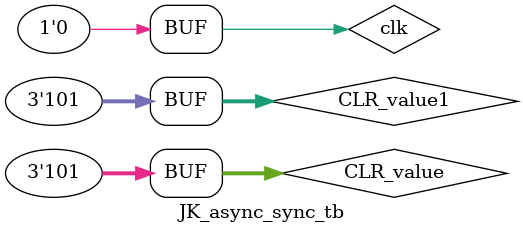
<source format=v>
module JK_flip_flop(input J, K, EN, CLR, output reg Q); 
  initial begin 
    Q = 1'b0; 
  end 

  always @(posedge EN or negedge CLR) begin 
    if(CLR == 0) begin 
      Q <= 'bz; 
    end else 
    if(EN == 1) begin 
      case ({J, K}) 
        2'b00: Q <= Q;
        2'b01: Q <= 0;
        2'b10: Q <= 1; 
        2'b11: Q <= ~Q; 
      endcase 
    end 
  end 
endmodule 

module JK_sync_counter #(parameter w=3)(input clk, CLR_counter, output reg [w-1:0] count);
  
  wire [w:0]g;
  
  initial count=0;
  
  JK_flip_flop JK1(.J(1'b1), .EN(clk), .K(1'b1), .Q(g[0]), .CLR(CLR_counter));
  JK_flip_flop JK2(.J(g[0]), .EN(clk), .K(g[0]), .Q(g[1]), .CLR(CLR_counter));
  
  genvar i;
  generate
    for(i=2;i<=w;i=i+1)begin
      
      JK_flip_flop this_flip_flop(.J(&g[i-1:0]), .EN(clk) , .K(&g[i-1:0]), .Q(g[i]), .CLR(CLR_counter));
    end
  endgenerate
  
  always@(*)count=g[w:1];
  
endmodule

module JK_sync_counter_clear #(parameter w=3) (input clk, input [w-1:0] CLR_value, output  [w-1:0] count);
  
  wire g_CLR;  
  assign g_CLR=~(CLR_value==count);

  JK_sync_counter #(w) this_counter(.clk(clk), .CLR_counter(g_CLR), .count(count));
    
endmodule

module JK_sync_to_async #(parameter w=3)(input clk, input [w-1:0] CLR_value, output [w-1:0] count1, count2);
  
  wire g_CLR, h_CLR;
  
  assign g_CLR=~(CLR_value==count1);
  assign h_CLR=~(CLR_value==count2);

  JK_async_counter #(w) this_counter1(.clk(clk), .CLR_counter(g_CLR), .count(count1));
  JK_sync_counter #(w) this_counter2(.clk(clk), .CLR_counter(h_CLR), .count(count2));


endmodule

module JK_sync_counter_tb;
  
  localparam w=3;
  
  reg clk;
  reg [w-1:0] CLR_value;
  wire [w-1:0] count;
  
  initial begin
      clk = 0;
      CLR_value=3'b101;
      repeat(20) #2 clk = ~clk;
  end 
    
  initial begin

    $display("CLK\t COUNT\t");
    $monitor("clk:%b\t count:%b\t",clk, count);
  
  end
  
  JK_sync_counter_clear #(w) uut(.clk(clk), .count(count), .CLR_value(CLR_value));
  
endmodule

module JK_async_counter #(parameter w=3)(input clk, CLR_counter, output reg[w-1:0] count);
  
  wire [w:0] g;
  
  initial count=0;
  
  genvar i;
  generate
    for(i=0;i<w;i=i+1)begin
      
      JK_flip_flop this_flip_flop1(.J(1'b1), .K(1'b1), .EN(~g[i]), .CLR(CLR_counter) , .Q(g[i+1]));
      
    end
  endgenerate  
  
  assign g[0]= clk;
  always@(*)count=g[w:1];
  
endmodule

module JK_async_counter_clear #(parameter w=3)(input clk, input [w-1:0] CLR_value, output [w-1:0] count);
  
  wire g_CLR;
    
  assign g_CLR=~(CLR_value==count);

  JK_async_counter #(w) this_counter(.clk(clk), .CLR_counter(g_CLR), .count(count));
   
endmodule

module JK_async_counter_tb;
  
  localparam w=3;
  
  reg clk;
  
  reg [w-1:0] CLR_value;
  wire [w-1:0] count;
  
  initial begin
      clk = 0;
      CLR_value=3'b101;
      repeat(20) #2 clk = ~clk;
  end 
    
  initial begin

    $display("CLK\t COUNT\t");
    $monitor("clk:%b\t count:%b\t",clk, count);
  
  end
  
  JK_async_counter_clear #(w) uut(.clk(clk), .CLR_value(CLR_value), .count(count));
  
endmodule

module JK_async_sync_tb;
  
  localparam w=3;
  
  reg clk;
  
  reg [w-1:0] CLR_value;
  reg [w-1:0] CLR_value1;
  
  wire [w-1:0] count1;
  wire [w-1:0] count2;
  
  initial begin
      clk = 0;
      CLR_value=3'b101;
      CLR_value1=3'b101;
      repeat(20) #2 clk = ~clk;
  end 
    
  initial begin

    $display("CLK\t COUNT1\t COUNT2\t");
    $monitor("clk:%b\t count1:%b\t count2:%b\t",clk, count1, count2);
  
  end
  
  JK_async_counter_clear #(w) uut1(.clk(clk), .CLR_value(CLR_value), .count(count1));
  JK_sync_counter_clear #(w) uut2(.clk(clk), .CLR_value(CLR_value1), .count(count2));
  
endmodule

</source>
